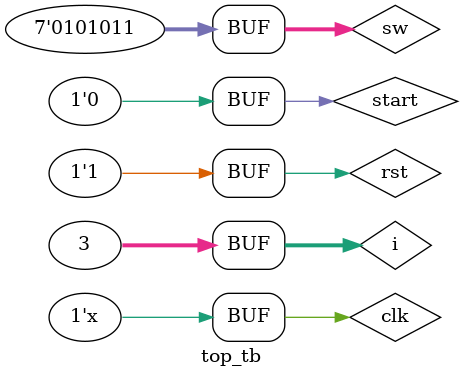
<source format=v>
`timescale 1ns/1ns
module top_tb();
//input
reg clk, start, rst;
reg [6:0] sw;

//output
reg [15:0] led;
wire[7:0] seg, dig, row, colg, colr;
wire beep;

game_top top(clk, start, rst, sw, led, seg, dig, row, colg, colr, beep);

always #1 clk = ~clk; //T=2ns

integer i = 0;


initial
begin
    clk <= 1'b1;
    rst <= 1'b0;
    #20
    sw[7] <= 1'b1;
    #100
    rst <= 1'b1;
    #20
    rst <= 1'b0;
    for(i = 0; i < 3; i=i+1)
    begin
        sw = 7'b0101011;
        #5000
        start <= 1'b1;
        #20
        start <= 1'b0;
    end
    #200
    rst <= 1'b1;
    sw = 7'b0101011;
    #5000
    start <= 1'b1;
    #20
    start <= 1'b0;
    
end


endmodule
</source>
